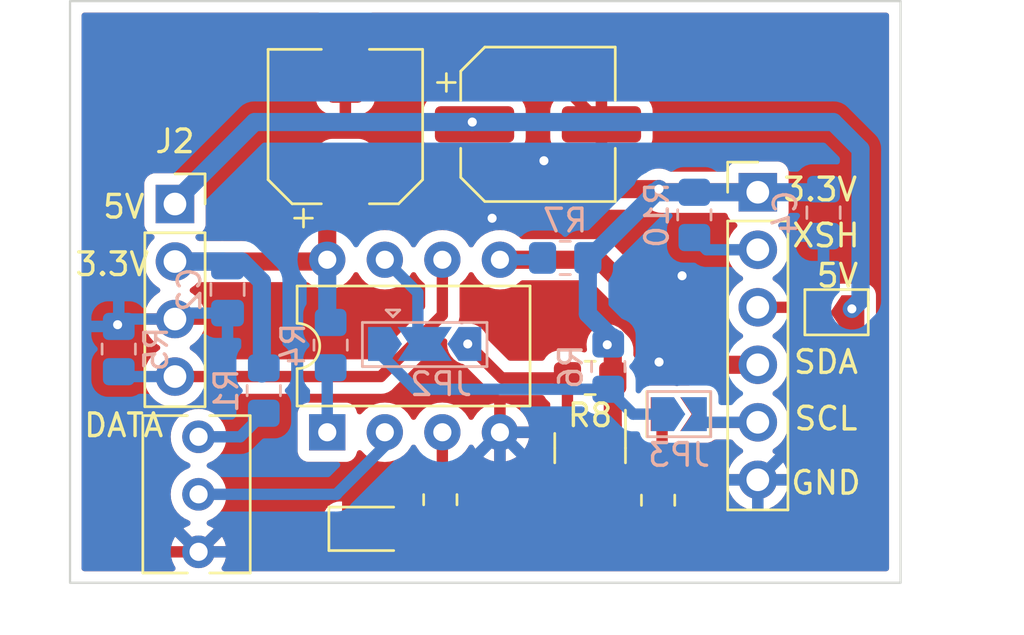
<source format=kicad_pcb>
(kicad_pcb (version 20211014) (generator pcbnew)
  (layers (0 "F.Cu" signal) (31 "B.Cu" signal) (34 "B.Paste" user) (35 "F.Paste" user) (36 "B.SilkS" user "B.Silkscreen") (37 "F.SilkS" user "F.Silkscreen") (38 "B.Mask" user) (39 "F.Mask" user) (44 "Edge.Cuts" user))
  (net 0 "")
  (net 1 "+3.3V")
  (net 2 "GND")
  (net 3 "+5V")
  (net 4 "Net-(D1-Pad2)")
  (net 5 "xshut")
  (net 6 "Net-(J1-Pad3)")
  (net 7 "SDA{slash}TRIG")
  (net 8 "SCL{slash}ECHO")
  (net 9 "Net-(JP2-Pad1)")
  (net 10 "Net-(JP2-Pad2)")
  (net 11 "Net-(JP2-Pad3)")
  (net 12 "Net-(R4-Pad2)")
  (net 13 "Net-(R3-Pad1)")
  (net 14 "data")
  (net 15 "Net-(JP4-Pad1)")
  (net 16 "Net-(RV1-Pad3)")
  (net 17 "Net-(RV1-Pad2)")
  (footprint "Package_DIP:DIP-8_W7.62mm" (layer "F.Cu") (at 92.8 76 90)
    (fp_text reference "U1" hide)
    (fp_text value "ATtiny85-20P")
    (fp_line (start 6.46 8.95) (end 6.46 -1.33) (layer "F.SilkS") (width 0.12))
    (fp_line (start 2.81 -1.33) (end 1.16 -1.33) (layer "F.SilkS") (width 0.12))
    (fp_line (start 1.16 -1.33) (end 1.16 8.95) (layer "F.SilkS") (width 0.12))
    (fp_line (start 6.46 -1.33) (end 4.81 -1.33) (layer "F.SilkS") (width 0.12))
    (fp_line (start 1.16 8.95) (end 6.46 8.95) (layer "F.SilkS") (width 0.12))
    (fp_arc (start 4.81 -1.33) (mid 3.81 -0.33) (end 2.81 -1.33) (layer "F.SilkS") (width 0.12))
    (pad "1" thru_hole rect (at 0 0 90) (size 1.6 1.6) (drill 0.8) (layers *.Cu *.Mask) (net 12 "Net-(R4-Pad2)"))
    (pad "2" thru_hole oval (at 0 2.54 90) (size 1.6 1.6) (drill 0.8) (layers *.Cu *.Mask) (net 17 "Net-(RV1-Pad2)"))
    (pad "3" thru_hole oval (at 0 5.08 90) (size 1.6 1.6) (drill 0.8) (layers *.Cu *.Mask) (net 13 "Net-(R3-Pad1)"))
    (pad "4" thru_hole oval (at 0 7.62 90) (size 1.6 1.6) (drill 0.8) (layers *.Cu *.Mask) (net 2 "GND"))
    (pad "5" thru_hole oval (at 7.62 7.62 90) (size 1.6 1.6) (drill 0.8) (layers *.Cu *.Mask) (net 7 "SDA{slash}TRIG"))
    (pad "6" thru_hole oval (at 7.62 5.08 90) (size 1.6 1.6) (drill 0.8) (layers *.Cu *.Mask) (net 14 "data"))
    (pad "7" thru_hole oval (at 7.62 2.54 90) (size 1.6 1.6) (drill 0.8) (layers *.Cu *.Mask) (net 10 "Net-(JP2-Pad2)"))
    (pad "8" thru_hole oval (at 7.62 0 90) (size 1.6 1.6) (drill 0.8) (layers *.Cu *.Mask) (net 1 "+3.3V"))
  )
  (footprint "Connector_PinHeader_2.54mm:PinHeader_1x06_P2.54mm_Vertical" (layer "F.Cu") (at 111.8 65.4)
    (fp_text reference "J1" hide)
    (fp_text value "Conn_01x06_Female")
    (fp_line (start -1.33 1.27) (end 1.33 1.27) (layer "F.SilkS") (width 0.12))
    (fp_line (start 1.33 1.27) (end 1.33 14.03) (layer "F.SilkS") (width 0.12))
    (fp_line (start -1.33 0) (end -1.33 -1.33) (layer "F.SilkS") (width 0.12))
    (fp_line (start -1.33 -1.33) (end 0 -1.33) (layer "F.SilkS") (width 0.12))
    (fp_line (start -1.33 1.27) (end -1.33 14.03) (layer "F.SilkS") (width 0.12))
    (fp_line (start -1.33 14.03) (end 1.33 14.03) (layer "F.SilkS") (width 0.12))
    (pad "1" thru_hole rect (at 0 0) (size 1.7 1.7) (drill 1) (layers *.Cu *.Mask) (net 1 "+3.3V"))
    (pad "2" thru_hole oval (at 0 2.54) (size 1.7 1.7) (drill 1) (layers *.Cu *.Mask) (net 5 "xshut"))
    (pad "3" thru_hole oval (at 0 5.08) (size 1.7 1.7) (drill 1) (layers *.Cu *.Mask) (net 6 "Net-(J1-Pad3)"))
    (pad "4" thru_hole oval (at 0 7.62) (size 1.7 1.7) (drill 1) (layers *.Cu *.Mask) (net 7 "SDA{slash}TRIG"))
    (pad "5" thru_hole oval (at 0 10.16) (size 1.7 1.7) (drill 1) (layers *.Cu *.Mask) (net 8 "SCL{slash}ECHO"))
    (pad "6" thru_hole oval (at 0 12.7) (size 1.7 1.7) (drill 1) (layers *.Cu *.Mask) (net 2 "GND"))
  )
  (footprint "Package_TO_SOT_SMD:SOT-23" (layer "F.Cu") (at 104.4 76.7 -90)
    (fp_text reference "Q2" hide)
    (fp_text value "BSS138")
    (fp_line (start 0 -1.56) (end -1.675 -1.56) (layer "F.SilkS") (width 0.12))
    (fp_line (start 0 -1.56) (end 0.65 -1.56) (layer "F.SilkS") (width 0.12))
    (fp_line (start 0 1.56) (end -0.65 1.56) (layer "F.SilkS") (width 0.12))
    (fp_line (start 0 1.56) (end 0.65 1.56) (layer "F.SilkS") (width 0.12))
    (pad "1" smd roundrect (at -0.9375 -0.95 270) (size 1.475 0.6) (layers "F.Cu" "F.Paste" "F.Mask") (net 1 "+3.3V"))
    (pad "2" smd roundrect (at -0.9375 0.95 270) (size 1.475 0.6) (layers "F.Cu" "F.Paste" "F.Mask") (net 11 "Net-(JP2-Pad3)"))
    (pad "3" smd roundrect (at 0.9375 0 270) (size 1.475 0.6) (layers "F.Cu" "F.Paste" "F.Mask") (net 15 "Net-(JP4-Pad1)"))
  )
  (footprint "LED_SMD:LED_0805_2012Metric_Pad1.15x1.40mm_HandSolder" (layer "F.Cu") (at 94.733 80.264)
    (fp_text reference "D1" hide)
    (fp_text value "LED")
    (fp_line (start -1.86 0.96) (end 1 0.96) (layer "F.SilkS") (width 0.12))
    (fp_line (start -1.86 -0.96) (end -1.86 0.96) (layer "F.SilkS") (width 0.12))
    (fp_line (start 1 -0.96) (end -1.86 -0.96) (layer "F.SilkS") (width 0.12))
    (pad "1" smd roundrect (at -1.025 0) (size 1.15 1.4) (layers "F.Cu" "F.Paste" "F.Mask") (roundrect_rratio 0.217391) (net 2 "GND"))
    (pad "2" smd roundrect (at 1.025 0) (size 1.15 1.4) (layers "F.Cu" "F.Paste" "F.Mask") (roundrect_rratio 0.217391) (net 4 "Net-(D1-Pad2)"))
  )
  (footprint "Resistor_SMD:R_0805_2012Metric_Pad1.20x1.40mm_HandSolder" (layer "F.Cu") (at 107.4 79 90)
    (fp_text reference "R9" hide)
    (fp_text value "10k")
    (fp_line (start -0.227064 0.735) (end 0.227064 0.735) (layer "F.SilkS") (width 0.12))
    (fp_line (start -0.227064 -0.735) (end 0.227064 -0.735) (layer "F.SilkS") (width 0.12))
    (pad "1" smd roundrect (at -1 0 90) (size 1.2 1.4) (layers "F.Cu" "F.Paste" "F.Mask") (roundrect_rratio 0.208333) (net 3 "+5V"))
    (pad "2" smd roundrect (at 1 0 90) (size 1.2 1.4) (layers "F.Cu" "F.Paste" "F.Mask") (roundrect_rratio 0.208333) (net 15 "Net-(JP4-Pad1)"))
  )
  (footprint "Capacitor_SMD:CP_Elec_6.3x5.3" (layer "F.Cu") (at 93.6 62.5 90)
    (fp_text reference "C1" hide)
    (fp_text value "100uF")
    (fp_line (start -2.345563 -3.41) (end 3.41 -3.41) (layer "F.SilkS") (width 0.12))
    (fp_line (start -3.41 -2.345563) (end -3.41 -1.06) (layer "F.SilkS") (width 0.12))
    (fp_line (start -3.41 2.345563) (end -2.345563 3.41) (layer "F.SilkS") (width 0.12))
    (fp_line (start -3.41 -2.345563) (end -2.345563 -3.41) (layer "F.SilkS") (width 0.12))
    (fp_line (start 3.41 -3.41) (end 3.41 -1.06) (layer "F.SilkS") (width 0.12))
    (fp_line (start -3.41 2.345563) (end -3.41 1.06) (layer "F.SilkS") (width 0.12))
    (fp_line (start -2.345563 3.41) (end 3.41 3.41) (layer "F.SilkS") (width 0.12))
    (fp_line (start 3.41 3.41) (end 3.41 1.06) (layer "F.SilkS") (width 0.12))
    (fp_line (start -4.04375 -2.24125) (end -4.04375 -1.45375) (layer "F.SilkS") (width 0.12))
    (fp_line (start -4.4375 -1.8475) (end -3.65 -1.8475) (layer "F.SilkS") (width 0.12))
    (pad "1" smd roundrect (at -2.8 0 90) (size 3.5 1.6) (layers "F.Cu" "F.Paste" "F.Mask") (roundrect_rratio 0.15625) (net 1 "+3.3V"))
    (pad "2" smd roundrect (at 2.8 0 90) (size 3.5 1.6) (layers "F.Cu" "F.Paste" "F.Mask") (roundrect_rratio 0.15625) (net 2 "GND"))
  )
  (footprint "Jumper:SolderJumper-2_P1.3mm_Open_TrianglePad1.0x1.5mm" (layer "F.Cu") (at 115.275 70.7 180)
    (fp_text reference "JP1" hide)
    (fp_text value "SolderJumper_2_Open")
    (fp_line (start 1.4 1) (end -1.4 1) (layer "F.SilkS") (width 0.12))
    (fp_line (start -1.4 1) (end -1.4 -1) (layer "F.SilkS") (width 0.12))
    (fp_line (start 1.4 -1) (end 1.4 1) (layer "F.SilkS") (width 0.12))
    (fp_line (start -1.4 -1) (end 1.4 -1) (layer "F.SilkS") (width 0.12))
    (pad "1" smd custom (at -0.725 0 180) (size 0.3 0.3) (layers "F.Cu" "F.Mask") (net 3 "+5V") (options (clearance outline) (anchor rect)) (primitives (gr_poly (pts (xy 1 0) (xy 0.5 0.75) (xy -0.5 0.75) (xy -0.5 -0.75) (xy 0.5 -0.75)) (width 0) (fill yes))))
    (pad "2" smd custom (at 0.725 0 180) (size 0.3 0.3) (layers "F.Cu" "F.Mask") (net 6 "Net-(J1-Pad3)") (options (clearance outline) (anchor rect)) (primitives (gr_poly (pts (xy 0.5 0.75) (xy -0.65 0.75) (xy -0.15 0) (xy -0.65 -0.75) (xy 0.5 -0.75)) (width 0) (fill yes))))
  )
  (footprint "Jumper:SolderJumper-2_P1.3mm_Open_TrianglePad1.0x1.5mm" (layer "F.Cu") (at 108.3 75.2)
    (fp_text reference "JP4" hide)
    (fp_text value "SolderJumper_2_Open")
    (fp_line (start 1.4 -1) (end 1.4 1) (layer "F.SilkS") (width 0.12))
    (fp_line (start 1.4 1) (end -1.4 1) (layer "F.SilkS") (width 0.12))
    (fp_line (start -1.4 1) (end -1.4 -1) (layer "F.SilkS") (width 0.12))
    (fp_line (start -1.4 -1) (end 1.4 -1) (layer "F.SilkS") (width 0.12))
    (pad "1" smd custom (at -0.725 0) (size 0.3 0.3) (layers "F.Cu" "F.Mask") (net 15 "Net-(JP4-Pad1)") (options (clearance outline) (anchor rect)) (primitives (gr_poly (pts (xy 1 0) (xy 0.5 0.75) (xy -0.5 0.75) (xy -0.5 -0.75) (xy 0.5 -0.75)) (width 0) (fill yes))))
    (pad "2" smd custom (at 0.725 0) (size 0.3 0.3) (layers "F.Cu" "F.Mask") (net 8 "SCL{slash}ECHO") (options (clearance outline) (anchor rect)) (primitives (gr_poly (pts (xy 0.5 0.75) (xy -0.65 0.75) (xy -0.15 0) (xy -0.65 -0.75) (xy 0.5 -0.75)) (width 0) (fill yes))))
  )
  (footprint "Potentiometer_THT:Potentiometer_Bourns_3266Y_Vertical" (layer "F.Cu") (at 87.122 81.28 -90)
    (fp_text reference "RV1" hide)
    (fp_text value "R_Potentiometer")
    (fp_line (start -6.015 -2.28) (end -6.015 -0.494) (layer "F.SilkS") (width 0.12))
    (fp_line (start -6.015 -2.28) (end 0.935 -2.28) (layer "F.SilkS") (width 0.12))
    (fp_line (start -6.015 0.496) (end -6.015 2.46) (layer "F.SilkS") (width 0.12))
    (fp_line (start 0.935 -2.28) (end 0.935 -0.494) (layer "F.SilkS") (width 0.12))
    (fp_line (start -6.015 2.46) (end 0.935 2.46) (layer "F.SilkS") (width 0.12))
    (fp_line (start 0.935 0.496) (end 0.935 2.46) (layer "F.SilkS") (width 0.12))
    (pad "1" thru_hole circle (at 0 0 270) (size 1.44 1.44) (drill 0.8) (layers *.Cu *.Mask) (net 2 "GND"))
    (pad "2" thru_hole circle (at -2.54 0 270) (size 1.44 1.44) (drill 0.8) (layers *.Cu *.Mask) (net 17 "Net-(RV1-Pad2)"))
    (pad "3" thru_hole circle (at -5.08 0 270) (size 1.44 1.44) (drill 0.8) (layers *.Cu *.Mask) (net 16 "Net-(RV1-Pad3)"))
  )
  (footprint "Connector_PinSocket_2.54mm:PinSocket_1x04_P2.54mm_Vertical" (layer "F.Cu") (at 86.08 65.92)
    (fp_text reference "J2" (at 0 -2.77) (layer "F.SilkS"))
    (fp_text value "Conn_01x04_Female")
    (fp_line (start 1.33 -1.33) (end 1.33 0) (layer "F.SilkS") (width 0.12))
    (fp_line (start -1.33 1.27) (end -1.33 8.95) (layer "F.SilkS") (width 0.12))
    (fp_line (start 0 -1.33) (end 1.33 -1.33) (layer "F.SilkS") (width 0.12))
    (fp_line (start -1.33 8.95) (end 1.33 8.95) (layer "F.SilkS") (width 0.12))
    (fp_line (start -1.33 1.27) (end 1.33 1.27) (layer "F.SilkS") (width 0.12))
    (fp_line (start 1.33 1.27) (end 1.33 8.95) (layer "F.SilkS") (width 0.12))
    (pad "1" thru_hole rect (at 0 0) (size 1.7 1.7) (drill 1) (layers *.Cu *.Mask) (net 3 "+5V"))
    (pad "2" thru_hole oval (at 0 2.54) (size 1.7 1.7) (drill 1) (layers *.Cu *.Mask) (net 1 "+3.3V"))
    (pad "3" thru_hole oval (at 0 5.08) (size 1.7 1.7) (drill 1) (layers *.Cu *.Mask) (net 2 "GND"))
    (pad "4" thru_hole oval (at 0 7.62) (size 1.7 1.7) (drill 1) (layers *.Cu *.Mask) (net 14 "data"))
  )
  (footprint "Capacitor_SMD:CP_Elec_6.3x5.3" (layer "F.Cu") (at 102.1 62.4)
    (fp_text reference "C3" hide)
    (fp_text value "100uF")
    (fp_line (start -2.345563 -3.41) (end 3.41 -3.41) (layer "F.SilkS") (width 0.12))
    (fp_line (start -2.345563 3.41) (end 3.41 3.41) (layer "F.SilkS") (width 0.12))
    (fp_line (start -3.41 -2.345563) (end -2.345563 -3.41) (layer "F.SilkS") (width 0.12))
    (fp_line (start 3.41 -3.41) (end 3.41 -1.06) (layer "F.SilkS") (width 0.12))
    (fp_line (start -4.04375 -2.24125) (end -4.04375 -1.45375) (layer "F.SilkS") (width 0.12))
    (fp_line (start -3.41 2.345563) (end -3.41 1.06) (layer "F.SilkS") (width 0.12))
    (fp_line (start -4.4375 -1.8475) (end -3.65 -1.8475) (layer "F.SilkS") (width 0.12))
    (fp_line (start -3.41 2.345563) (end -2.345563 3.41) (layer "F.SilkS") (width 0.12))
    (fp_line (start -3.41 -2.345563) (end -3.41 -1.06) (layer "F.SilkS") (width 0.12))
    (fp_line (start 3.41 3.41) (end 3.41 1.06) (layer "F.SilkS") (width 0.12))
    (pad "1" smd roundrect (at -2.8 0) (size 3.5 1.6) (layers "F.Cu" "F.Paste" "F.Mask") (roundrect_rratio 0.15625) (net 3 "+5V"))
    (pad "2" smd roundrect (at 2.8 0) (size 3.5 1.6) (layers "F.Cu" "F.Paste" "F.Mask") (roundrect_rratio 0.15625) (net 2 "GND"))
  )
  (footprint "Resistor_SMD:R_0805_2012Metric_Pad1.20x1.40mm_HandSolder" (layer "F.Cu") (at 104.4 73.6 180)
    (fp_text reference "R8" (at 0 -1.65) (layer "F.SilkS"))
    (fp_text value "10k")
    (fp_line (start -0.227064 0.735) (end 0.227064 0.735) (layer "F.SilkS") (width 0.12))
    (fp_line (start -0.227064 -0.735) (end 0.227064 -0.735) (layer "F.SilkS") (width 0.12))
    (pad "1" smd roundrect (at -1 0 180) (size 1.2 1.4) (layers "F.Cu" "F.Paste" "F.Mask") (roundrect_rratio 0.208333) (net 1 "+3.3V"))
    (pad "2" smd roundrect (at 1 0 180) (size 1.2 1.4) (layers "F.Cu" "F.Paste" "F.Mask") (roundrect_rratio 0.208333) (net 11 "Net-(JP2-Pad3)"))
  )
  (footprint "Resistor_SMD:R_0805_2012Metric_Pad1.20x1.40mm_HandSolder" (layer "F.Cu") (at 97.79 78.978 -90)
    (fp_text reference "R3" hide)
    (fp_text value "220")
    (fp_line (start -0.227064 -0.735) (end 0.227064 -0.735) (layer "F.SilkS") (width 0.12))
    (fp_line (start -0.227064 0.735) (end 0.227064 0.735) (layer "F.SilkS") (width 0.12))
    (pad "1" smd roundrect (at -1 0 270) (size 1.2 1.4) (layers "F.Cu" "F.Paste" "F.Mask") (roundrect_rratio 0.208333) (net 13 "Net-(R3-Pad1)"))
    (pad "2" smd roundrect (at 1 0 270) (size 1.2 1.4) (layers "F.Cu" "F.Paste" "F.Mask") (roundrect_rratio 0.208333) (net 4 "Net-(D1-Pad2)"))
  )
  (footprint "Resistor_SMD:R_0805_2012Metric_Pad1.20x1.40mm_HandSolder" (layer "B.Cu") (at 103.3 68.3 180)
    (fp_text reference "R7" (at 0 1.65) (layer "B.SilkS") (effects (justify mirror)))
    (fp_text value "2k2")
    (fp_line (start -0.227064 0.735) (end 0.227064 0.735) (layer "B.SilkS") (width 0.12))
    (fp_line (start -0.227064 -0.735) (end 0.227064 -0.735) (layer "B.SilkS") (width 0.12))
    (pad "1" smd roundrect (at -1 0 180) (size 1.2 1.4) (layers "B.Cu" "B.Paste" "B.Mask") (roundrect_rratio 0.208333) (net 1 "+3.3V"))
    (pad "2" smd roundrect (at 1 0 180) (size 1.2 1.4) (layers "B.Cu" "B.Paste" "B.Mask") (roundrect_rratio 0.208333) (net 7 "SDA{slash}TRIG"))
  )
  (footprint "Jumper:SolderJumper-3_P2.0mm_Open_TrianglePad1.0x1.5mm" (layer "B.Cu") (at 97.1 72.1)
    (fp_text reference "JP2" (at 0.725 1.775) (layer "B.SilkS") (effects (justify mirror)))
    (fp_text value "SolderJumper_3_Open")
    (fp_line (start 2.75 1) (end 2.75 -0.95) (layer "B.SilkS") (width 0.12))
    (fp_line (start -2.75 -0.95) (end -2.75 1) (layer "B.SilkS") (width 0.12))
    (fp_line (start -1.4 -1.2) (end -1.7 -1.5) (layer "B.SilkS") (width 0.12))
    (fp_line (start -2.75 1) (end 2.75 1) (layer "B.SilkS") (width 0.12))
    (fp_line (start 2.75 -0.95) (end -2.75 -0.95) (layer "B.SilkS") (width 0.12))
    (fp_line (start -1.1 -1.5) (end -1.4 -1.2) (layer "B.SilkS") (width 0.12))
    (fp_line (start -1.7 -1.5) (end -1.1 -1.5) (layer "B.SilkS") (width 0.12))
    (pad "1" smd custom (at -2 0) (size 0.3 0.3) (layers "B.Cu" "B.Mask") (net 9 "Net-(JP2-Pad1)") (options (clearance outline) (anchor rect)) (primitives (gr_poly (pts (xy 1 0) (xy 0.5 -0.75) (xy -0.5 -0.75) (xy -0.5 0.75) (xy 0.5 0.75)) (width 0) (fill yes))))
    (pad "2" smd custom (at 0 0) (size 0.3 0.3) (layers "B.Cu") (net 10 "Net-(JP2-Pad2)") (options (clearance outline) (anchor rect)) (primitives (gr_poly (pts (xy 0.7 0) (xy 1.2 -0.75) (xy -1.2 -0.75) (xy -0.7 0) (xy -1.2 0.75) (xy 1.2 0.75)) (width 0) (fill yes))))
    (pad "3" smd custom (at 2 0 180) (size 0.3 0.3) (layers "B.Cu" "B.Mask") (net 11 "Net-(JP2-Pad3)") (options (clearance outline) (anchor rect)) (primitives (gr_poly (pts (xy 1 0) (xy 0.5 -0.75) (xy -0.5 -0.75) (xy -0.5 0.75) (xy 0.5 0.75)) (width 0) (fill yes))))
  )
  (footprint "Resistor_SMD:R_0805_2012Metric_Pad1.20x1.40mm_HandSolder" (layer "B.Cu") (at 90 74.16 -90)
    (fp_text reference "R1" (at 0 1.65 90) (layer "B.SilkS") (effects (justify mirror)))
    (fp_text value "1k")
    (fp_line (start -0.227064 -0.735) (end 0.227064 -0.735) (layer "B.SilkS") (width 0.12))
    (fp_line (start -0.227064 0.735) (end 0.227064 0.735) (layer "B.SilkS") (width 0.12))
    (pad "1" smd roundrect (at -1 0 270) (size 1.2 1.4) (layers "B.Cu" "B.Paste" "B.Mask") (roundrect_rratio 0.208333) (net 1 "+3.3V"))
    (pad "2" smd roundrect (at 1 0 270) (size 1.2 1.4) (layers "B.Cu" "B.Paste" "B.Mask") (roundrect_rratio 0.208333) (net 16 "Net-(RV1-Pad3)"))
  )
  (footprint "Resistor_SMD:R_0805_2012Metric_Pad1.20x1.40mm_HandSolder" (layer "B.Cu") (at 92.95 72.15 -90)
    (fp_text reference "R4" (at 0 1.65 90) (layer "B.SilkS") (effects (justify mirror)))
    (fp_text value "10k")
    (fp_line (start -0.227064 0.735) (end 0.227064 0.735) (layer "B.SilkS") (width 0.12))
    (fp_line (start -0.227064 -0.735) (end 0.227064 -0.735) (layer "B.SilkS") (width 0.12))
    (pad "1" smd roundrect (at -1 0 270) (size 1.2 1.4) (layers "B.Cu" "B.Paste" "B.Mask") (roundrect_rratio 0.208333) (net 1 "+3.3V"))
    (pad "2" smd roundrect (at 1 0 270) (size 1.2 1.4) (layers "B.Cu" "B.Paste" "B.Mask") (roundrect_rratio 0.208333) (net 12 "Net-(R4-Pad2)"))
  )
  (footprint "Capacitor_SMD:C_0805_2012Metric_Pad1.18x1.45mm_HandSolder" (layer "B.Cu") (at 114.7 66.3 -90)
    (fp_text reference "C4" (at 0 1.68 90) (layer "B.SilkS") (effects (justify mirror)))
    (fp_text value "0.1uF")
    (fp_line (start -0.261252 0.735) (end 0.261252 0.735) (layer "B.SilkS") (width 0.12))
    (fp_line (start -0.261252 -0.735) (end 0.261252 -0.735) (layer "B.SilkS") (width 0.12))
    (pad "1" smd roundrect (at -1.0375 0 270) (size 1.175 1.45) (layers "B.Cu" "B.Paste" "B.Mask") (roundrect_rratio 0.212766) (net 1 "+3.3V"))
    (pad "2" smd roundrect (at 1.0375 0 270) (size 1.175 1.45) (layers "B.Cu" "B.Paste" "B.Mask") (roundrect_rratio 0.212766) (net 2 "GND"))
  )
  (footprint "Resistor_SMD:R_0805_2012Metric_Pad1.20x1.40mm_HandSolder" (layer "B.Cu") (at 109 66.4 -90)
    (fp_text reference "R10" (at 0 1.65 90) (layer "B.SilkS") (effects (justify mirror)))
    (fp_text value "10k")
    (fp_line (start -0.227064 -0.735) (end 0.227064 -0.735) (layer "B.SilkS") (width 0.12))
    (fp_line (start -0.227064 0.735) (end 0.227064 0.735) (layer "B.SilkS") (width 0.12))
    (pad "1" smd roundrect (at -1 0 270) (size 1.2 1.4) (layers "B.Cu" "B.Paste" "B.Mask") (roundrect_rratio 0.208333) (net 1 "+3.3V"))
    (pad "2" smd roundrect (at 1 0 270) (size 1.2 1.4) (layers "B.Cu" "B.Paste" "B.Mask") (roundrect_rratio 0.208333) (net 5 "xshut"))
  )
  (footprint "Capacitor_SMD:C_0805_2012Metric_Pad1.18x1.45mm_HandSolder" (layer "B.Cu") (at 88.4 69.7 -90)
    (fp_text reference "C2" (at 0 1.68 90) (layer "B.SilkS") (effects (justify mirror)))
    (fp_text value "0.1uF")
    (fp_line (start -0.261252 -0.735) (end 0.261252 -0.735) (layer "B.SilkS") (width 0.12))
    (fp_line (start -0.261252 0.735) (end 0.261252 0.735) (layer "B.SilkS") (width 0.12))
    (pad "1" smd roundrect (at -1.0375 0 270) (size 1.175 1.45) (layers "B.Cu" "B.Paste" "B.Mask") (roundrect_rratio 0.212766) (net 1 "+3.3V"))
    (pad "2" smd roundrect (at 1.0375 0 270) (size 1.175 1.45) (layers "B.Cu" "B.Paste" "B.Mask") (roundrect_rratio 0.212766) (net 2 "GND"))
  )
  (footprint "Resistor_SMD:R_0805_2012Metric_Pad1.20x1.40mm_HandSolder" (layer "B.Cu") (at 83.6 72.325 90)
    (fp_text reference "R5" (at 0 1.65 90) (layer "B.SilkS") (effects (justify mirror)))
    (fp_text value "10k")
    (fp_line (start -0.227064 -0.735) (end 0.227064 -0.735) (layer "B.SilkS") (width 0.12))
    (fp_line (start -0.227064 0.735) (end 0.227064 0.735) (layer "B.SilkS") (width 0.12))
    (pad "1" smd roundrect (at -1 0 90) (size 1.2 1.4) (layers "B.Cu" "B.Paste" "B.Mask") (roundrect_rratio 0.208333) (net 14 "data"))
    (pad "2" smd roundrect (at 1 0 90) (size 1.2 1.4) (layers "B.Cu" "B.Paste" "B.Mask") (roundrect_rratio 0.208333) (net 2 "GND"))
  )
  (footprint "Resistor_SMD:R_0805_2012Metric_Pad1.20x1.40mm_HandSolder" (layer "B.Cu") (at 105.2 73.1 -90)
    (fp_text reference "R6" (at 0 1.65 90) (layer "B.SilkS") (effects (justify mirror)))
    (fp_text value "2k2")
    (fp_line (start -0.227064 0.735) (end 0.227064 0.735) (layer "B.SilkS") (width 0.12))
    (fp_line (start -0.227064 -0.735) (end 0.227064 -0.735) (layer "B.SilkS") (width 0.12))
    (pad "1" smd roundrect (at -1 0 270) (size 1.2 1.4) (layers "B.Cu" "B.Paste" "B.Mask") (roundrect_rratio 0.208333) (net 1 "+3.3V"))
    (pad "2" smd roundrect (at 1 0 270) (size 1.2 1.4) (layers "B.Cu" "B.Paste" "B.Mask") (roundrect_rratio 0.208333) (net 9 "Net-(JP2-Pad1)"))
  )
  (footprint "Jumper:SolderJumper-2_P1.3mm_Open_TrianglePad1.0x1.5mm" (layer "B.Cu") (at 108.325 75.2)
    (fp_text reference "JP3" (at 0 1.8) (layer "B.SilkS") (effects (justify mirror)))
    (fp_text value "SolderJumper_2_Open")
    (fp_line (start 1.4 1) (end 1.4 -1) (layer "B.SilkS") (width 0.12))
    (fp_line (start -1.4 -1) (end -1.4 1) (layer "B.SilkS") (width 0.12))
    (fp_line (start -1.4 1) (end 1.4 1) (layer "B.SilkS") (width 0.12))
    (fp_line (start 1.4 -1) (end -1.4 -1) (layer "B.SilkS") (width 0.12))
    (pad "1" smd custom (at -0.725 0) (size 0.3 0.3) (layers "B.Cu" "B.Mask") (net 9 "Net-(JP2-Pad1)") (options (clearance outline) (anchor rect)) (primitives (gr_poly (pts (xy 1 0) (xy 0.5 -0.75) (xy -0.5 -0.75) (xy -0.5 0.75) (xy 0.5 0.75)) (width 0) (fill yes))))
    (pad "2" smd custom (at 0.725 0) (size 0.3 0.3) (layers "B.Cu" "B.Mask") (net 8 "SCL{slash}ECHO") (options (clearance outline) (anchor rect)) (primitives (gr_poly (pts (xy 0.5 -0.75) (xy -0.65 -0.75) (xy -0.15 0) (xy -0.65 0.75) (xy 0.5 0.75)) (width 0) (fill yes))))
  )
  (gr_rect (start 81.45 56.96) (end 118.1 82.646) (layer "Edge.Cuts") (width 0.1) (fill none))
  (gr_text "SCL\n\n" (at 114.808 76.2) (layer "F.SilkS") (effects (font (size 1 1))))
  (gr_text "SDA\n" (at 114.808 72.898) (layer "F.SilkS") (effects (font (size 1 1))))
  (gr_text "5V\n" (at 115.316 69.088) (layer "F.SilkS") (effects (font (size 1 1))))
  (gr_text "XSH" (at 114.808 67.31) (layer "F.SilkS") (effects (font (size 1 1))))
  (gr_text "3.3V\n" (at 114.554 65.278) (layer "F.SilkS") (effects (font (size 1 1))))
  (gr_text "GND\n" (at 114.808 78.232) (layer "F.SilkS") (effects (font (size 1 1))))
  (gr_text "3.3V\n" (at 83.312 68.58) (layer "F.SilkS") (effects (font (size 1 1))))
  (gr_text "5V\n" (at 83.82 66.04) (layer "F.SilkS") (effects (font (size 1 1))))
  (gr_text "DATA\n" (at 83.82 75.692) (layer "F.SilkS") (effects (font (size 1 1))))
  (segment (start 105.4 73.6) (end 105.4 72.38) (width 0.8) (layer "F.Cu") (net 1))
  (segment (start 105.4 75.7125) (end 105.35 75.7625) (width 0.8) (layer "F.Cu") (net 1))
  (segment (start 107.575 65.4) (end 107.4375 65.2625) (width 0.8) (layer "F.Cu") (net 1))
  (segment (start 105.4 72.38) (end 105.156 72.136) (width 0.8) (layer "F.Cu") (net 1))
  (segment (start 86.08 68.46) (end 92.72 68.46) (width 0.8) (layer "F.Cu") (net 1))
  (segment (start 92.72 68.46) (end 92.8 68.38) (width 0.8) (layer "F.Cu") (net 1))
  (segment (start 92.8 66.8) (end 94.3375 65.2625) (width 0.8) (layer "F.Cu") (net 1))
  (segment (start 111.8 65.4) (end 107.575 65.4) (width 0.8) (layer "F.Cu") (net 1))
  (segment (start 94.3375 65.2625) (end 107.4375 65.2625) (width 0.8) (layer "F.Cu") (net 1))
  (segment (start 111.6625 65.2625) (end 111.8 65.4) (width 0.8) (layer "F.Cu") (net 1))
  (segment (start 105.4 73.6) (end 105.4 75.7125) (width 0.8) (layer "F.Cu") (net 1))
  (segment (start 92.8 68.38) (end 92.8 66.8) (width 0.8) (layer "F.Cu") (net 1))
  (via (at 107.4375 65.2625) (size 0.8) (drill 0.4) (layers "F.Cu" "B.Cu") (net 1))
  (via (at 105.156 72.136) (size 0.8) (drill 0.4) (layers "F.Cu" "B.Cu") (net 1))
  (segment (start 107.2 65.4) (end 109 65.4) (width 0.8) (layer "B.Cu") (net 1))
  (segment (start 105.328 71.8) (end 105.4 71.8) (width 0.8) (layer "B.Cu") (net 1))
  (segment (start 109 65.4) (end 111.8 65.4) (width 0.8) (layer "B.Cu") (net 1))
  (segment (start 104.3 68.3) (end 104.3 70.772) (width 0.8) (layer "B.Cu") (net 1))
  (segment (start 88.1975 68.46) (end 88.4 68.6625) (width 0.8) (layer "B.Cu") (net 1))
  (segment (start 92.8 71) (end 92.95 71.15) (width 0.8) (layer "B.Cu") (net 1))
  (segment (start 104.4 68.3) (end 107.4375 65.2625) (width 0.8) (layer "B.Cu") (net 1))
  (segment (start 86.08 68.46) (end 89.034 68.46) (width 0.8) (layer "B.Cu") (net 1))
  (segment (start 86.08 68.46) (end 88.1975 68.46) (width 0.8) (layer "B.Cu") (net 1))
  (segment (start 114.7 65.2625) (end 114.5625 65.4) (width 0.8) (layer "B.Cu") (net 1))
  (segment (start 89.034 68.46) (end 89.916 69.342) (width 0.8) (layer "B.Cu") (net 1))
  (segment (start 104.3 68.3) (end 104.4 68.3) (width 0.8) (layer "B.Cu") (net 1))
  (segment (start 89.916 69.342) (end 89.916 73.406) (width 0.8) (layer "B.Cu") (net 1))
  (segment (start 105.4 71.9) (end 105.4 71.8) (width 0.8) (layer "B.Cu") (net 1))
  (segment (start 104.3 70.772) (end 105.328 71.8) (width 0.8) (layer "B.Cu") (net 1))
  (segment (start 105.2 72.1) (end 105.4 71.9) (width 0.8) (layer "B.Cu") (net 1))
  (segment (start 114.5625 65.4) (end 111.8 65.4) (width 0.8) (layer "B.Cu") (net 1))
  (segment (start 92.8 68.38) (end 92.8 71) (width 0.8) (layer "B.Cu") (net 1))
  (segment (start 83.8 71) (end 86.08 71) (width 0.5) (layer "F.Cu") (net 2))
  (segment (start 85.598 81.28) (end 87.122 81.28) (width 0.5) (layer "F.Cu") (net 2))
  (segment (start 92.692 81.28) (end 87.122 81.28) (width 0.5) (layer "F.Cu") (net 2))
  (segment (start 93.708 80.264) (end 92.692 81.28) (width 0.5) (layer "F.Cu") (net 2))
  (segment (start 102.2 59.7) (end 104.9 62.4) (width 0.5) (layer "F.Cu") (net 2))
  (segment (start 83.55 79.232) (end 85.598 81.28) (width 0.5) (layer "F.Cu") (net 2))
  (segment (start 83.55 71.25) (end 83.55 79.232) (width 0.5) (layer "F.Cu") (net 2))
  (segment (start 93.6 59.7) (end 102.2 59.7) (width 0.5) (layer "F.Cu") (net 2))
  (segment (start 83.55 63.75) (end 83.55 71.25) (width 0.5) (layer "F.Cu") (net 2))
  (segment (start 87.6 59.7) (end 83.55 63.75) (width 0.5) (layer "F.Cu") (net 2))
  (segment (start 93.6 59.7) (end 87.6 59.7) (width 0.5) (layer "F.Cu") (net 2))
  (segment (start 83.55 71.25) (end 83.8 71) (width 0.5) (layer "F.Cu") (net 2))
  (via (at 107.442 72.898) (size 0.8) (drill 0.4) (layers "F.Cu" "B.Cu") (net 2))
  (via (at 108.458 69.088) (size 0.8) (drill 0.4) (layers "F.Cu" "B.Cu") (net 2))
  (via (at 83.55 71.25) (size 0.8) (drill 0.4) (layers "F.Cu" "B.Cu") (net 2))
  (via (at 102.362 64.008) (size 0.8) (drill 0.4) (layers "F.Cu" "B.Cu") (net 2))
  (via (at 100.076 66.548) (size 0.8) (drill 0.4) (layers "F.Cu" "B.Cu") (net 2))
  (segment (start 102.52 78.1) (end 100.42 76) (width 0.5) (layer "B.Cu") (net 2))
  (segment (start 100.42 76) (end 95.14 81.28) (width 0.5) (layer "B.Cu") (net 2))
  (segment (start 95.14 81.28) (end 87.122 81.28) (width 0.5) (layer "B.Cu") (net 2))
  (segment (start 111.8 78.1) (end 102.52 78.1) (width 0.5) (layer "B.Cu") (net 2))
  (segment (start 83.6 71.325) (end 83.925 71) (width 0.5) (layer "B.Cu") (net 2))
  (segment (start 86.3425 70.7375) (end 86.08 71) (width 0.5) (layer "B.Cu") (net 2))
  (segment (start 114.7 75.2) (end 111.8 78.1) (width 0.5) (layer "B.Cu") (net 2))
  (segment (start 83.925 71) (end 86.08 71) (width 0.5) (layer "B.Cu") (net 2))
  (segment (start 88.4 70.7375) (end 86.3425 70.7375) (width 0.5) (layer "B.Cu") (net 2))
  (segment (start 114.7 67.3375) (end 114.7 75.2) (width 0.5) (layer "B.Cu") (net 2))
  (segment (start 116 78.4) (end 116 70.7) (width 0.8) (layer "F.Cu") (net 3))
  (segment (start 107.4 80) (end 107.9 80.5) (width 0.8) (layer "F.Cu") (net 3))
  (segment (start 113.9 80.5) (end 116 78.4) (width 0.8) (layer "F.Cu") (net 3))
  (segment (start 107.9 80.5) (end 113.9 80.5) (width 0.8) (layer "F.Cu") (net 3))
  (via (at 115.95 70.55) (size 0.8) (drill 0.4) (layers "F.Cu" "B.Cu") (net 3))
  (via (at 99.2 62.3) (size 0.8) (drill 0.4) (layers "F.Cu" "B.Cu") (net 3))
  (segment (start 99.2 62.3) (end 115.132 62.3) (width 0.8) (layer "B.Cu") (net 3))
  (segment (start 116.332 70.168) (end 115.95 70.55) (width 0.8) (layer "B.Cu") (net 3))
  (segment (start 89.592 62.3) (end 99.2 62.3) (width 0.8) (layer "B.Cu") (net 3))
  (segment (start 115.132 62.3) (end 116.332 63.5) (width 0.8) (layer "B.Cu") (net 3))
  (segment (start 116.332 63.5) (end 116.332 70.168) (width 0.8) (layer "B.Cu") (net 3))
  (segment (start 86.08 65.92) (end 86.08 65.812) (width 0.8) (layer "B.Cu") (net 3))
  (segment (start 86.08 65.812) (end 89.592 62.3) (width 0.8) (layer "B.Cu") (net 3))
  (segment (start 96.044 79.978) (end 95.758 80.264) (width 0.25) (layer "F.Cu") (net 4))
  (segment (start 97.79 79.978) (end 96.044 79.978) (width 0.5) (layer "F.Cu") (net 4))
  (segment (start 109.54 67.94) (end 111.8 67.94) (width 0.5) (layer "B.Cu") (net 5))
  (segment (start 109 67.4) (end 109.54 67.94) (width 0.5) (layer "B.Cu") (net 5))
  (segment (start 111.8 70.48) (end 114.33 70.48) (width 0.5) (layer "F.Cu") (net 6))
  (segment (start 114.33 70.48) (end 114.55 70.7) (width 0.25) (layer "F.Cu") (net 6))
  (segment (start 111.8 73.02) (end 109.42 73.02) (width 0.8) (layer "F.Cu") (net 7))
  (segment (start 109.42 73.02) (end 104.78 68.38) (width 0.8) (layer "F.Cu") (net 7))
  (segment (start 104.78 68.38) (end 100.42 68.38) (width 0.8) (layer "F.Cu") (net 7))
  (segment (start 100.42 68.38) (end 102.22 68.38) (width 0.5) (layer "B.Cu") (net 7))
  (segment (start 102.22 68.38) (end 102.3 68.3) (width 0.5) (layer "B.Cu") (net 7))
  (segment (start 109.025 75.2) (end 109.385 75.56) (width 0.25) (layer "F.Cu") (net 8))
  (segment (start 109.385 75.56) (end 111.8 75.56) (width 0.5) (layer "F.Cu") (net 8))
  (segment (start 109.05 75.2) (end 109.41 75.56) (width 0.25) (layer "B.Cu") (net 8))
  (segment (start 109.41 75.56) (end 111.8 75.56) (width 0.5) (layer "B.Cu") (net 8))
  (segment (start 107.6 75.2) (end 106.3 75.2) (width 0.5) (layer "B.Cu") (net 9))
  (segment (start 106.3 75.2) (end 105.2 74.1) (width 0.5) (layer "B.Cu") (net 9))
  (segment (start 96.69038 74.1) (end 105.2 74.1) (width 0.5) (layer "B.Cu") (net 9))
  (segment (start 95.1 72.50962) (end 96.69038 74.1) (width 0.5) (layer "B.Cu") (net 9))
  (segment (start 95.1 72.1) (end 95.1 72.50962) (width 0.5) (layer "B.Cu") (net 9))
  (segment (start 96.8 71.8) (end 97.1 72.1) (width 0.5) (layer "B.Cu") (net 10))
  (segment (start 95.34 68.38) (end 96.8 69.84) (width 0.5) (layer "B.Cu") (net 10))
  (segment (start 96.8 69.84) (end 96.8 71.8) (width 0.5) (layer "B.Cu") (net 10))
  (segment (start 103.4 73.6) (end 103.4 75.7125) (width 0.5) (layer "F.Cu") (net 11))
  (segment (start 100.5 73.6) (end 103.4 73.6) (width 0.5) (layer "F.Cu") (net 11))
  (segment (start 103.4 75.7125) (end 103.45 75.7625) (width 0.5) (layer "F.Cu") (net 11))
  (segment (start 99 72.1) (end 100.5 73.6) (width 0.5) (layer "F.Cu") (net 11))
  (via (at 99 72.1) (size 0.8) (drill 0.4) (layers "F.Cu" "B.Cu") (net 11))
  (segment (start 92.95 73.15) (end 92.8 73.3) (width 0.5) (layer "B.Cu") (net 12))
  (segment (start 92.8 73.3) (end 92.8 76) (width 0.5) (layer "B.Cu") (net 12))
  (segment (start 97.88 76) (end 97.88 77.888) (width 0.5) (layer "F.Cu") (net 13))
  (segment (start 97.88 77.888) (end 97.79 77.978) (width 0.25) (layer "F.Cu") (net 13))
  (segment (start 97.88 70.82) (end 97.88 68.38) (width 0.5) (layer "F.Cu") (net 14))
  (segment (start 86.08 73.54) (end 95.16 73.54) (width 0.5) (layer "F.Cu") (net 14))
  (segment (start 95.16 73.54) (end 97.88 70.82) (width 0.5) (layer "F.Cu") (net 14))
  (segment (start 83.6 73.325) (end 83.815 73.54) (width 0.5) (layer "B.Cu") (net 14))
  (segment (start 83.815 73.54) (end 86.08 73.54) (width 0.5) (layer "B.Cu") (net 14))
  (segment (start 104.7625 78) (end 104.4 77.6375) (width 0.25) (layer "F.Cu") (net 15))
  (segment (start 107.575 75.2) (end 107.575 77.825) (width 0.5) (layer "F.Cu") (net 15))
  (segment (start 107.4 78) (end 104.7625 78) (width 0.5) (layer "F.Cu") (net 15))
  (segment (start 88.96 76.2) (end 87.122 76.2) (width 0.5) (layer "B.Cu") (net 16))
  (segment (start 90 75.16) (end 88.96 76.2) (width 0.5) (layer "B.Cu") (net 16))
  (segment (start 89.13 78.74) (end 89.15 78.76) (width 0.25) (layer "B.Cu") (net 17))
  (segment (start 95.34 76.6) (end 95.34 76) (width 0.5) (layer "B.Cu") (net 17))
  (segment (start 89.13 78.74) (end 93.218 78.74) (width 0.5) (layer "B.Cu") (net 17))
  (segment (start 93.2 78.74) (end 95.34 76.6) (width 0.5) (layer "B.Cu") (net 17))
  (segment (start 87.122 78.74) (end 89.13 78.74) (width 0.5) (layer "B.Cu") (net 17))
  (zone (net 2) (net_name "GND") (layers F&B.Cu) (connect_pads (clearance 0.508)) (min_thickness 0.254) (fill yes (thermal_gap 0.508) (thermal_bridge_width 0.508))
    (polygon (pts (xy 118.15 57.02) (xy 118.15 82.626) (xy 81.55 82.626) (xy 81.45 57.02) (xy 81.45 56.92)))
  )
)
</source>
